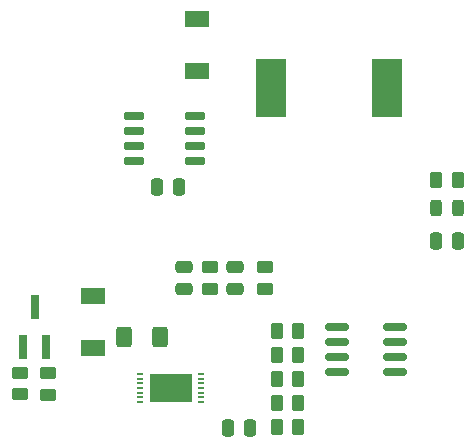
<source format=gbr>
G04 #@! TF.GenerationSoftware,KiCad,Pcbnew,(6.0.0)*
G04 #@! TF.CreationDate,2022-01-15T11:07:55-08:00*
G04 #@! TF.ProjectId,5V Buck Converter,35562042-7563-46b2-9043-6f6e76657274,rev?*
G04 #@! TF.SameCoordinates,Original*
G04 #@! TF.FileFunction,Paste,Top*
G04 #@! TF.FilePolarity,Positive*
%FSLAX46Y46*%
G04 Gerber Fmt 4.6, Leading zero omitted, Abs format (unit mm)*
G04 Created by KiCad (PCBNEW (6.0.0)) date 2022-01-15 11:07:55*
%MOMM*%
%LPD*%
G01*
G04 APERTURE LIST*
G04 Aperture macros list*
%AMRoundRect*
0 Rectangle with rounded corners*
0 $1 Rounding radius*
0 $2 $3 $4 $5 $6 $7 $8 $9 X,Y pos of 4 corners*
0 Add a 4 corners polygon primitive as box body*
4,1,4,$2,$3,$4,$5,$6,$7,$8,$9,$2,$3,0*
0 Add four circle primitives for the rounded corners*
1,1,$1+$1,$2,$3*
1,1,$1+$1,$4,$5*
1,1,$1+$1,$6,$7*
1,1,$1+$1,$8,$9*
0 Add four rect primitives between the rounded corners*
20,1,$1+$1,$2,$3,$4,$5,0*
20,1,$1+$1,$4,$5,$6,$7,0*
20,1,$1+$1,$6,$7,$8,$9,0*
20,1,$1+$1,$8,$9,$2,$3,0*%
G04 Aperture macros list end*
%ADD10RoundRect,0.250000X0.250000X0.475000X-0.250000X0.475000X-0.250000X-0.475000X0.250000X-0.475000X0*%
%ADD11R,2.100000X1.400000*%
%ADD12RoundRect,0.243750X-0.243750X-0.456250X0.243750X-0.456250X0.243750X0.456250X-0.243750X0.456250X0*%
%ADD13R,2.500000X5.000000*%
%ADD14RoundRect,0.250000X0.262500X0.450000X-0.262500X0.450000X-0.262500X-0.450000X0.262500X-0.450000X0*%
%ADD15RoundRect,0.150000X0.725000X0.150000X-0.725000X0.150000X-0.725000X-0.150000X0.725000X-0.150000X0*%
%ADD16RoundRect,0.150000X-0.825000X-0.150000X0.825000X-0.150000X0.825000X0.150000X-0.825000X0.150000X0*%
%ADD17RoundRect,0.250000X0.475000X-0.250000X0.475000X0.250000X-0.475000X0.250000X-0.475000X-0.250000X0*%
%ADD18RoundRect,0.250000X-0.450000X0.262500X-0.450000X-0.262500X0.450000X-0.262500X0.450000X0.262500X0*%
%ADD19RoundRect,0.250000X0.400000X0.625000X-0.400000X0.625000X-0.400000X-0.625000X0.400000X-0.625000X0*%
%ADD20R,0.650000X2.000000*%
%ADD21R,0.553999X0.204000*%
%ADD22R,3.606800X2.387600*%
%ADD23RoundRect,0.250000X0.450000X-0.262500X0.450000X0.262500X-0.450000X0.262500X-0.450000X-0.262500X0*%
G04 APERTURE END LIST*
D10*
X98549500Y-67868800D03*
X96649500Y-67868800D03*
D11*
X76428600Y-53508000D03*
X76428600Y-49108000D03*
D12*
X96662000Y-65138300D03*
X98537000Y-65138300D03*
D13*
X82704600Y-54965600D03*
X92504600Y-54965600D03*
D14*
X98499300Y-62738000D03*
X96674300Y-62738000D03*
D15*
X76260400Y-61137800D03*
X76260400Y-59867800D03*
X76260400Y-58597800D03*
X76260400Y-57327800D03*
X71110400Y-57327800D03*
X71110400Y-58597800D03*
X71110400Y-59867800D03*
X71110400Y-61137800D03*
D10*
X74889400Y-63296800D03*
X72989400Y-63296800D03*
X80909200Y-83707000D03*
X79009200Y-83707000D03*
D16*
X88253800Y-75158600D03*
X88253800Y-76428600D03*
X88253800Y-77698600D03*
X88253800Y-78968600D03*
X93203800Y-78968600D03*
X93203800Y-77698600D03*
X93203800Y-76428600D03*
X93203800Y-75158600D03*
D17*
X79603600Y-71968400D03*
X79603600Y-70068400D03*
D14*
X84986500Y-77571600D03*
X83161500Y-77571600D03*
D18*
X63830200Y-79072100D03*
X63830200Y-80897100D03*
D19*
X73300000Y-76040000D03*
X70200000Y-76040000D03*
D20*
X61711800Y-76894000D03*
X63611800Y-76894000D03*
X62661800Y-73474000D03*
D11*
X67614800Y-76977600D03*
X67614800Y-72577600D03*
D21*
X76769100Y-81540200D03*
X76769100Y-81140201D03*
X76769100Y-80740199D03*
X76769100Y-80340200D03*
X76769100Y-79940201D03*
X76769100Y-79540199D03*
X76769100Y-79140200D03*
X71617700Y-79140200D03*
X71617700Y-79540199D03*
X71617700Y-79940201D03*
X71617700Y-80340200D03*
X71617700Y-80740199D03*
X71617700Y-81140201D03*
X71617700Y-81540200D03*
D22*
X74193400Y-80340200D03*
D18*
X61391800Y-79046700D03*
X61391800Y-80871700D03*
D14*
X84986500Y-79603600D03*
X83161500Y-79603600D03*
X84991500Y-83667600D03*
X83166500Y-83667600D03*
X84986500Y-75539600D03*
X83161500Y-75539600D03*
X84986500Y-81635600D03*
X83161500Y-81635600D03*
D18*
X77470000Y-70105900D03*
X77470000Y-71930900D03*
D23*
X82194400Y-71930900D03*
X82194400Y-70105900D03*
D17*
X75336400Y-71968400D03*
X75336400Y-70068400D03*
M02*

</source>
